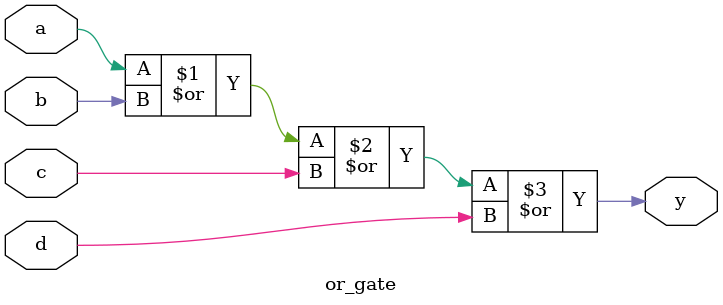
<source format=v>
`timescale 1ns / 1ps

module or_gate(
    input a,b,c,d,
    output y
    );
    assign y = a|b|c|d;
endmodule
</source>
